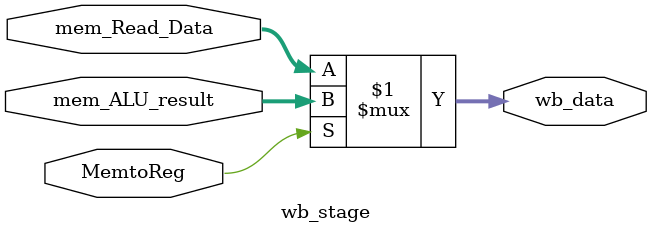
<source format=v>
module wb_stage(
    input [31:0] mem_Read_Data,
    input [31:0] mem_ALU_result,
    input MemtoReg,
    output [31:0] wb_data
);
    assign wb_data = MemtoReg ? mem_ALU_result : mem_Read_Data;
endmodule

</source>
